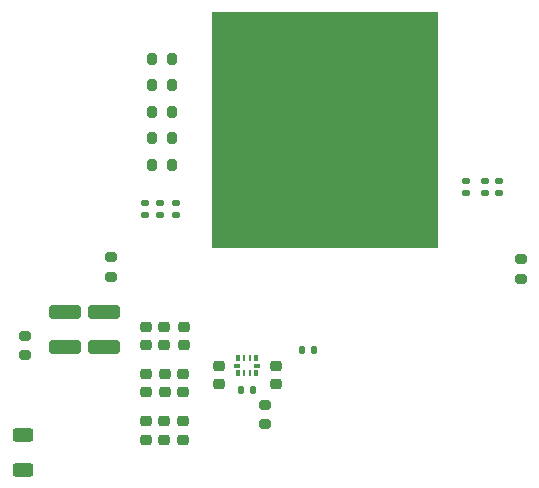
<source format=gbr>
G04 #@! TF.GenerationSoftware,KiCad,Pcbnew,(6.0.10)*
G04 #@! TF.CreationDate,2023-02-01T11:06:55+01:00*
G04 #@! TF.ProjectId,astropix_v3,61737472-6f70-4697-985f-76332e6b6963,1.0*
G04 #@! TF.SameCoordinates,Original*
G04 #@! TF.FileFunction,Paste,Top*
G04 #@! TF.FilePolarity,Positive*
%FSLAX46Y46*%
G04 Gerber Fmt 4.6, Leading zero omitted, Abs format (unit mm)*
G04 Created by KiCad (PCBNEW (6.0.10)) date 2023-02-01 11:06:55*
%MOMM*%
%LPD*%
G01*
G04 APERTURE LIST*
G04 Aperture macros list*
%AMRoundRect*
0 Rectangle with rounded corners*
0 $1 Rounding radius*
0 $2 $3 $4 $5 $6 $7 $8 $9 X,Y pos of 4 corners*
0 Add a 4 corners polygon primitive as box body*
4,1,4,$2,$3,$4,$5,$6,$7,$8,$9,$2,$3,0*
0 Add four circle primitives for the rounded corners*
1,1,$1+$1,$2,$3*
1,1,$1+$1,$4,$5*
1,1,$1+$1,$6,$7*
1,1,$1+$1,$8,$9*
0 Add four rect primitives between the rounded corners*
20,1,$1+$1,$2,$3,$4,$5,0*
20,1,$1+$1,$4,$5,$6,$7,0*
20,1,$1+$1,$6,$7,$8,$9,0*
20,1,$1+$1,$8,$9,$2,$3,0*%
G04 Aperture macros list end*
%ADD10RoundRect,0.225000X-0.250000X0.225000X-0.250000X-0.225000X0.250000X-0.225000X0.250000X0.225000X0*%
%ADD11RoundRect,0.249999X1.100001X-0.325001X1.100001X0.325001X-1.100001X0.325001X-1.100001X-0.325001X0*%
%ADD12RoundRect,0.249997X-0.625003X0.312503X-0.625003X-0.312503X0.625003X-0.312503X0.625003X0.312503X0*%
%ADD13R,0.300000X0.575000*%
%ADD14R,0.250000X0.575000*%
%ADD15R,0.630000X0.350000*%
%ADD16RoundRect,0.135000X-0.135000X-0.185000X0.135000X-0.185000X0.135000X0.185000X-0.135000X0.185000X0*%
%ADD17RoundRect,0.225000X0.250000X-0.225000X0.250000X0.225000X-0.250000X0.225000X-0.250000X-0.225000X0*%
%ADD18RoundRect,0.200000X0.275000X-0.200000X0.275000X0.200000X-0.275000X0.200000X-0.275000X-0.200000X0*%
%ADD19RoundRect,0.135000X0.185000X-0.135000X0.185000X0.135000X-0.185000X0.135000X-0.185000X-0.135000X0*%
%ADD20RoundRect,0.135000X-0.185000X0.135000X-0.185000X-0.135000X0.185000X-0.135000X0.185000X0.135000X0*%
%ADD21R,19.210000X19.980000*%
%ADD22R,0.125000X0.500000*%
%ADD23R,0.125000X0.600000*%
%ADD24R,0.100000X0.100000*%
%ADD25R,0.600000X0.125000*%
%ADD26RoundRect,0.200000X-0.200000X-0.275000X0.200000X-0.275000X0.200000X0.275000X-0.200000X0.275000X0*%
%ADD27RoundRect,0.200000X-0.275000X0.200000X-0.275000X-0.200000X0.275000X-0.200000X0.275000X0.200000X0*%
G04 APERTURE END LIST*
D10*
G04 #@! TO.C,C8*
X120751600Y-91274600D03*
X120751600Y-92824600D03*
G04 #@! TD*
G04 #@! TO.C,C9*
X119176800Y-91274600D03*
X119176800Y-92824600D03*
G04 #@! TD*
G04 #@! TO.C,C10*
X117551200Y-91274600D03*
X117551200Y-92824600D03*
G04 #@! TD*
D11*
G04 #@! TO.C,C6*
X110693200Y-88978000D03*
X110693200Y-86028000D03*
G04 #@! TD*
G04 #@! TO.C,C4*
X113995200Y-88978000D03*
X113995200Y-86028000D03*
G04 #@! TD*
D12*
G04 #@! TO.C,R1*
X107188000Y-96479900D03*
X107188000Y-99404900D03*
G04 #@! TD*
D13*
G04 #@! TO.C,U2*
X125410001Y-91237504D03*
D14*
X125910001Y-91237504D03*
X126410001Y-91237504D03*
D13*
X126910001Y-91237504D03*
D15*
X127020001Y-90600004D03*
D13*
X126910001Y-89962504D03*
D14*
X126410001Y-89962504D03*
X125910001Y-89962504D03*
D13*
X125410001Y-89962504D03*
D15*
X125300001Y-90600004D03*
G04 #@! TD*
D16*
G04 #@! TO.C,R3*
X125650001Y-92682804D03*
X126670001Y-92682804D03*
G04 #@! TD*
D10*
G04 #@! TO.C,C12*
X128573001Y-90637804D03*
X128573001Y-92187804D03*
G04 #@! TD*
D17*
G04 #@! TO.C,C11*
X120751600Y-96863200D03*
X120751600Y-95313200D03*
G04 #@! TD*
G04 #@! TO.C,C13*
X119151400Y-96863200D03*
X119151400Y-95313200D03*
G04 #@! TD*
D10*
G04 #@! TO.C,C7*
X123797801Y-90637804D03*
X123797801Y-92187804D03*
G04 #@! TD*
D18*
G04 #@! TO.C,R12*
X107315000Y-89725000D03*
X107315000Y-88075000D03*
G04 #@! TD*
D17*
G04 #@! TO.C,C14*
X117576600Y-96863200D03*
X117576600Y-95313200D03*
G04 #@! TD*
D19*
G04 #@! TO.C,R13*
X120100000Y-77810000D03*
X120100000Y-76790000D03*
G04 #@! TD*
G04 #@! TO.C,R14*
X117500000Y-77810000D03*
X117500000Y-76790000D03*
G04 #@! TD*
D20*
G04 #@! TO.C,R17*
X146300000Y-74990000D03*
X146300000Y-76010000D03*
G04 #@! TD*
G04 #@! TO.C,R18*
X144700000Y-74990000D03*
X144700000Y-76010000D03*
G04 #@! TD*
D19*
G04 #@! TO.C,R10*
X118800000Y-77810000D03*
X118800000Y-76790000D03*
G04 #@! TD*
D20*
G04 #@! TO.C,R8*
X147500000Y-74990000D03*
X147500000Y-76010000D03*
G04 #@! TD*
D18*
G04 #@! TO.C,R11*
X114650000Y-83075000D03*
X114650000Y-81425000D03*
G04 #@! TD*
D21*
G04 #@! TO.C,U5*
X132705000Y-70600000D03*
D22*
X123725000Y-82940000D03*
X123850000Y-82940000D03*
X123975000Y-82940000D03*
X124110000Y-82940000D03*
D23*
X124585000Y-84250000D03*
X125385000Y-82850000D03*
X125585000Y-84250000D03*
X127385000Y-85700000D03*
X127585000Y-82850000D03*
X129385000Y-85700000D03*
X129585000Y-82850000D03*
X131535000Y-85700000D03*
X131785000Y-85700000D03*
X131985000Y-82850000D03*
X132085000Y-85700000D03*
X132185000Y-84250000D03*
X132285000Y-82850000D03*
X132385000Y-85700000D03*
X132485000Y-84250000D03*
X132585000Y-82850000D03*
X132685000Y-85700000D03*
X132785000Y-84250000D03*
X132885000Y-82850000D03*
X132985000Y-85700000D03*
X133185000Y-82850000D03*
X134685000Y-85700000D03*
X134785000Y-84250000D03*
X135085000Y-84250000D03*
X135285000Y-85700000D03*
X135485000Y-82850000D03*
X135585000Y-85700000D03*
X135685000Y-84250000D03*
X135785000Y-82850000D03*
X135885000Y-85700000D03*
X136085000Y-82850000D03*
X136685000Y-82850000D03*
X136785000Y-85700000D03*
X136885000Y-84250000D03*
X136985000Y-82850000D03*
X137285000Y-82850000D03*
X137385000Y-85700000D03*
X137485000Y-84250000D03*
X137785000Y-84250000D03*
X138085000Y-84250000D03*
X138385000Y-84250000D03*
X138685000Y-84250000D03*
D24*
X138785000Y-81600000D03*
D23*
X138885000Y-85700000D03*
X139985000Y-83025000D03*
X140285000Y-83025000D03*
X140585000Y-83025000D03*
X140885000Y-83025000D03*
D22*
X141465000Y-83013000D03*
X141590000Y-83013000D03*
X141715000Y-83013000D03*
X141850000Y-83013000D03*
D25*
X118850000Y-79345000D03*
X120050000Y-79445000D03*
X121200000Y-79545000D03*
X118850000Y-79645000D03*
X120050000Y-79745000D03*
X121200000Y-79845000D03*
X146800000Y-79845000D03*
X145600000Y-79745000D03*
X144450000Y-79645000D03*
X146800000Y-79545000D03*
X145600000Y-79445000D03*
X144450000Y-79345000D03*
G04 #@! TD*
D26*
G04 #@! TO.C,R9*
X118100000Y-66800000D03*
X119750000Y-66800000D03*
G04 #@! TD*
D10*
G04 #@! TO.C,C2*
X120800000Y-87325000D03*
X120800000Y-88875000D03*
G04 #@! TD*
D26*
G04 #@! TO.C,R16*
X118100000Y-71300000D03*
X119750000Y-71300000D03*
G04 #@! TD*
D10*
G04 #@! TO.C,C15*
X119150000Y-87325000D03*
X119150000Y-88875000D03*
G04 #@! TD*
D16*
G04 #@! TO.C,R4*
X130790000Y-89300000D03*
X131810000Y-89300000D03*
G04 #@! TD*
D26*
G04 #@! TO.C,R19*
X118100000Y-73600000D03*
X119750000Y-73600000D03*
G04 #@! TD*
D27*
G04 #@! TO.C,R5*
X127700000Y-93900000D03*
X127700000Y-95550000D03*
G04 #@! TD*
D26*
G04 #@! TO.C,R6*
X118100000Y-64600000D03*
X119750000Y-64600000D03*
G04 #@! TD*
D10*
G04 #@! TO.C,C1*
X117550000Y-87325000D03*
X117550000Y-88875000D03*
G04 #@! TD*
D26*
G04 #@! TO.C,R15*
X118100000Y-69100000D03*
X119750000Y-69100000D03*
G04 #@! TD*
D27*
G04 #@! TO.C,R2*
X149300000Y-81575000D03*
X149300000Y-83225000D03*
G04 #@! TD*
M02*

</source>
